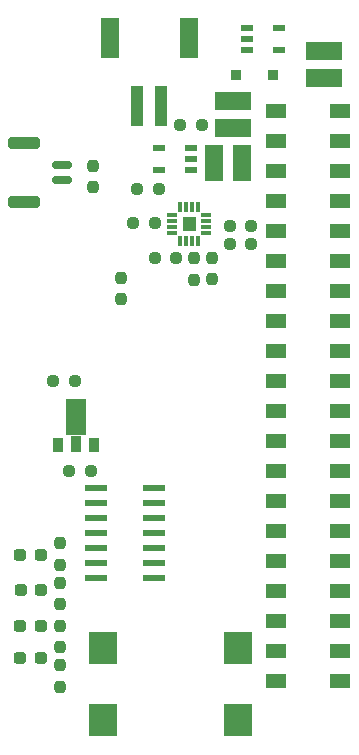
<source format=gbr>
%TF.GenerationSoftware,KiCad,Pcbnew,8.0.0*%
%TF.CreationDate,2024-03-17T21:06:16+08:00*%
%TF.ProjectId,Photon_Power_Zero_PCB_r1,50686f74-6f6e-45f5-906f-7765725f5a65,rev?*%
%TF.SameCoordinates,Original*%
%TF.FileFunction,Paste,Top*%
%TF.FilePolarity,Positive*%
%FSLAX46Y46*%
G04 Gerber Fmt 4.6, Leading zero omitted, Abs format (unit mm)*
G04 Created by KiCad (PCBNEW 8.0.0) date 2024-03-17 21:06:16*
%MOMM*%
%LPD*%
G01*
G04 APERTURE LIST*
G04 Aperture macros list*
%AMRoundRect*
0 Rectangle with rounded corners*
0 $1 Rounding radius*
0 $2 $3 $4 $5 $6 $7 $8 $9 X,Y pos of 4 corners*
0 Add a 4 corners polygon primitive as box body*
4,1,4,$2,$3,$4,$5,$6,$7,$8,$9,$2,$3,0*
0 Add four circle primitives for the rounded corners*
1,1,$1+$1,$2,$3*
1,1,$1+$1,$4,$5*
1,1,$1+$1,$6,$7*
1,1,$1+$1,$8,$9*
0 Add four rect primitives between the rounded corners*
20,1,$1+$1,$2,$3,$4,$5,0*
20,1,$1+$1,$4,$5,$6,$7,0*
20,1,$1+$1,$6,$7,$8,$9,0*
20,1,$1+$1,$8,$9,$2,$3,0*%
G04 Aperture macros list end*
%ADD10C,0.010000*%
%ADD11RoundRect,0.237500X-0.250000X-0.237500X0.250000X-0.237500X0.250000X0.237500X-0.250000X0.237500X0*%
%ADD12R,1.981200X0.558800*%
%ADD13RoundRect,0.237500X0.287500X0.237500X-0.287500X0.237500X-0.287500X-0.237500X0.287500X-0.237500X0*%
%ADD14RoundRect,0.237500X-0.237500X0.250000X-0.237500X-0.250000X0.237500X-0.250000X0.237500X0.250000X0*%
%ADD15R,1.000000X0.550000*%
%ADD16R,2.400000X2.800000*%
%ADD17R,1.680000X1.270000*%
%ADD18R,3.050000X1.520000*%
%ADD19R,1.000000X3.500000*%
%ADD20R,1.500000X3.400000*%
%ADD21R,1.520000X3.050000*%
%ADD22RoundRect,0.237500X0.237500X-0.250000X0.237500X0.250000X-0.237500X0.250000X-0.237500X-0.250000X0*%
%ADD23R,0.900000X0.950000*%
%ADD24R,0.900000X1.300000*%
%ADD25R,0.900000X1.475000*%
%ADD26R,1.733000X3.125000*%
%ADD27RoundRect,0.007800X0.422200X0.122200X-0.422200X0.122200X-0.422200X-0.122200X0.422200X-0.122200X0*%
%ADD28RoundRect,0.007800X0.122200X-0.422200X0.122200X0.422200X-0.122200X0.422200X-0.122200X-0.422200X0*%
%ADD29RoundRect,0.150000X-0.700000X0.150000X-0.700000X-0.150000X0.700000X-0.150000X0.700000X0.150000X0*%
%ADD30RoundRect,0.250000X-1.100000X0.250000X-1.100000X-0.250000X1.100000X-0.250000X1.100000X0.250000X0*%
G04 APERTURE END LIST*
D10*
%TO.C,U3*%
X171610000Y-92735000D02*
X170550000Y-92735000D01*
X170550000Y-91675000D01*
X171610000Y-91675000D01*
X171610000Y-92735000D01*
G36*
X171610000Y-92735000D02*
G01*
X170550000Y-92735000D01*
X170550000Y-91675000D01*
X171610000Y-91675000D01*
X171610000Y-92735000D01*
G37*
%TD*%
D11*
%TO.C,R1*%
X170337500Y-83840000D03*
X172162500Y-83840000D03*
%TD*%
D12*
%TO.C,U1*%
X168150000Y-114545000D03*
X168150000Y-115815000D03*
X168150000Y-117085000D03*
X168150000Y-118355000D03*
X168150000Y-119625000D03*
X168150000Y-120895000D03*
X168150000Y-122165000D03*
X163222400Y-122165000D03*
X163222400Y-120895000D03*
X163222400Y-115815000D03*
X163222400Y-117085000D03*
X163222400Y-119625000D03*
X163222400Y-118355000D03*
X163222400Y-114545000D03*
%TD*%
D13*
%TO.C,D1*%
X158510000Y-128980000D03*
X156760000Y-128980000D03*
%TD*%
D11*
%TO.C,C1*%
X166357500Y-92110000D03*
X168182500Y-92110000D03*
%TD*%
D14*
%TO.C,R4*%
X173010000Y-95107500D03*
X173010000Y-96932500D03*
%TD*%
D11*
%TO.C,R1*%
X174537500Y-92410000D03*
X176362500Y-92410000D03*
%TD*%
D15*
%TO.C,U4*%
X168550000Y-85770000D03*
X171250000Y-85770000D03*
X171250000Y-86720000D03*
X168550000Y-87670000D03*
X171250000Y-87670000D03*
%TD*%
D16*
%TO.C,J3*%
X163820000Y-128170000D03*
X163820000Y-134270000D03*
X175220000Y-134270000D03*
X175220000Y-128170000D03*
%TD*%
D11*
%TO.C,R1*%
X174537500Y-93920000D03*
X176362500Y-93920000D03*
%TD*%
D17*
%TO.C,REF\u002A\u002A*%
X183890000Y-82680000D03*
X178450000Y-82680000D03*
X183890000Y-85220000D03*
X178450000Y-85220000D03*
X178450000Y-87760000D03*
X183890000Y-90300000D03*
X178450000Y-90300000D03*
X183890000Y-92840000D03*
X183890000Y-95380000D03*
X178450000Y-95380000D03*
X178450000Y-97920000D03*
X183890000Y-100460000D03*
X178450000Y-100460000D03*
X183890000Y-103000000D03*
X178450000Y-103000000D03*
X178450000Y-105540000D03*
X183890000Y-108080000D03*
X178450000Y-108080000D03*
X183890000Y-110620000D03*
X178450000Y-110620000D03*
X183890000Y-113160000D03*
X183890000Y-115700000D03*
X178450000Y-115700000D03*
X178450000Y-118240000D03*
X183890000Y-120780000D03*
X178450000Y-120780000D03*
X178450000Y-123320000D03*
X183890000Y-125860000D03*
X178450000Y-125860000D03*
X183890000Y-128400000D03*
X178450000Y-128400000D03*
X183890000Y-130940000D03*
X178450000Y-92840000D03*
X178450000Y-113160000D03*
X178450000Y-130940000D03*
X183890000Y-87760000D03*
X183890000Y-97920000D03*
X183890000Y-105540000D03*
X183890000Y-118240000D03*
X183890000Y-123320000D03*
%TD*%
D11*
%TO.C,C1*%
X166677500Y-89310000D03*
X168502500Y-89310000D03*
%TD*%
D18*
%TO.C,L1*%
X174770000Y-84140000D03*
X174770000Y-81850000D03*
%TD*%
D19*
%TO.C,J1*%
X168700000Y-82260000D03*
X166700000Y-82260000D03*
D20*
X171050000Y-76510000D03*
X164350000Y-76510000D03*
%TD*%
D13*
%TO.C,D1*%
X158527500Y-120260000D03*
X156777500Y-120260000D03*
%TD*%
D21*
%TO.C,C3*%
X173230000Y-87050000D03*
X175520000Y-87050000D03*
%TD*%
D18*
%TO.C,C3*%
X182470000Y-79840000D03*
X182470000Y-77550000D03*
%TD*%
D22*
%TO.C,R4*%
X165310000Y-98595000D03*
X165310000Y-96770000D03*
%TD*%
D13*
%TO.C,D1*%
X158540000Y-126250000D03*
X156790000Y-126250000D03*
%TD*%
D23*
%TO.C,D2*%
X175030000Y-79620000D03*
X178180000Y-79620000D03*
%TD*%
D11*
%TO.C,C1*%
X160937500Y-113140000D03*
X162762500Y-113140000D03*
%TD*%
D24*
%TO.C,U2*%
X160020000Y-110957500D03*
D25*
X161520000Y-110870000D03*
D26*
X161520000Y-108570000D03*
D24*
X163020000Y-110957500D03*
%TD*%
D11*
%TO.C,C1*%
X159577500Y-105510000D03*
X161402500Y-105510000D03*
%TD*%
D14*
%TO.C,R2*%
X160120000Y-119245000D03*
X160120000Y-121070000D03*
%TD*%
%TO.C,R2*%
X160150000Y-126240000D03*
X160150000Y-128065000D03*
%TD*%
D22*
%TO.C,R2*%
X160150000Y-131395000D03*
X160150000Y-129570000D03*
%TD*%
D11*
%TO.C,C1*%
X168157500Y-95090000D03*
X169982500Y-95090000D03*
%TD*%
D27*
%TO.C,U3*%
X172515000Y-92455000D03*
X172515000Y-91955000D03*
X172515000Y-91455000D03*
X169645000Y-91455000D03*
D28*
X171330000Y-90770000D03*
X171830000Y-90770000D03*
X170330000Y-90770000D03*
D27*
X169645000Y-92955000D03*
D28*
X170330000Y-93640000D03*
X171830000Y-93640000D03*
D27*
X169645000Y-92455000D03*
X169645000Y-91955000D03*
D28*
X170830000Y-90770000D03*
X171330000Y-93640000D03*
X170830000Y-93640000D03*
D27*
X172515000Y-92955000D03*
%TD*%
D14*
%TO.C,R1*%
X171500000Y-95120000D03*
X171500000Y-96945000D03*
%TD*%
D13*
%TO.C,D1*%
X158562500Y-123210000D03*
X156812500Y-123210000D03*
%TD*%
D15*
%TO.C,U5*%
X175980000Y-76560000D03*
X178680000Y-75610000D03*
X175980000Y-77510000D03*
X175980000Y-75610000D03*
X178680000Y-77510000D03*
%TD*%
D22*
%TO.C,R1*%
X162930000Y-89112500D03*
X162930000Y-87287500D03*
%TD*%
D14*
%TO.C,R2*%
X160140000Y-122595000D03*
X160140000Y-124420000D03*
%TD*%
D29*
%TO.C,J2*%
X160346000Y-87259000D03*
X160346000Y-88509000D03*
D30*
X157146000Y-85409000D03*
X157146000Y-90359000D03*
%TD*%
M02*

</source>
